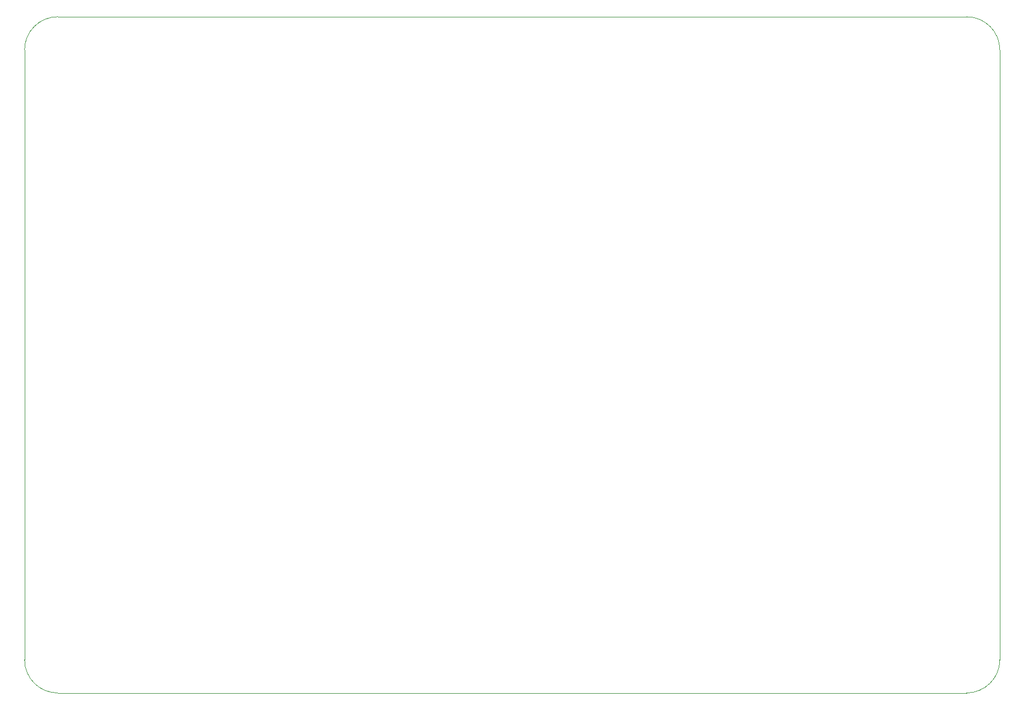
<source format=gbr>
G04 #@! TF.GenerationSoftware,KiCad,Pcbnew,5.1.5*
G04 #@! TF.CreationDate,2020-05-16T06:07:10-05:00*
G04 #@! TF.ProjectId,TurtlebotController,54757274-6c65-4626-9f74-436f6e74726f,rev?*
G04 #@! TF.SameCoordinates,Original*
G04 #@! TF.FileFunction,Profile,NP*
%FSLAX46Y46*%
G04 Gerber Fmt 4.6, Leading zero omitted, Abs format (unit mm)*
G04 Created by KiCad (PCBNEW 5.1.5) date 2020-05-16 06:07:10*
%MOMM*%
%LPD*%
G04 APERTURE LIST*
%ADD10C,0.050000*%
G04 APERTURE END LIST*
D10*
X70000000Y-133500000D02*
X70000000Y-41500000D01*
X212000000Y-138500000D02*
X75000000Y-138500000D01*
X217000000Y-41500000D02*
X217000000Y-133500000D01*
X75000000Y-36500000D02*
X212000000Y-36500000D01*
X217000000Y-133500000D02*
G75*
G02X212000000Y-138500000I-5000000J0D01*
G01*
X75000000Y-138500000D02*
G75*
G02X70000000Y-133500000I0J5000000D01*
G01*
X212000000Y-36500000D02*
G75*
G02X217000000Y-41500000I0J-5000000D01*
G01*
X70000000Y-41500000D02*
G75*
G02X75000000Y-36500000I5000000J0D01*
G01*
M02*

</source>
